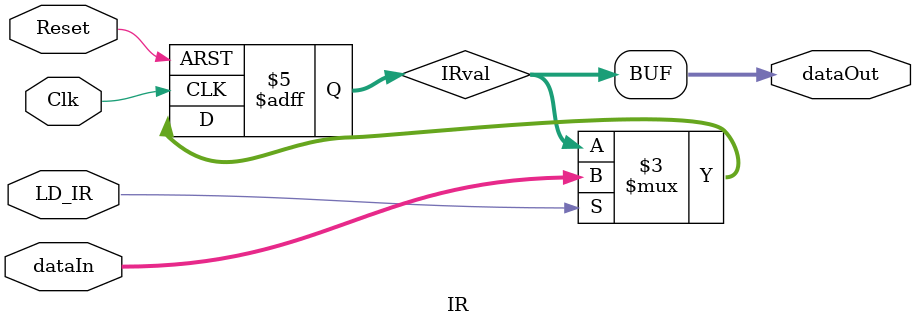
<source format=sv>
module IR(input logic Clk, LD_IR, Reset,
				inout logic [15:0] dataIn,
				output logic [15:0] dataOut);
logic [15:0] IRval;

always_ff @ (posedge Clk or posedge Reset)
begin
	if (Reset)
		IRval = 16'bZZZZZZZZZZZZZZZZ;
	else if (LD_IR)
		IRval <= dataIn;
	else 
		IRval<=IRval;
end

assign dataOut = IRval;

endmodule
</source>
